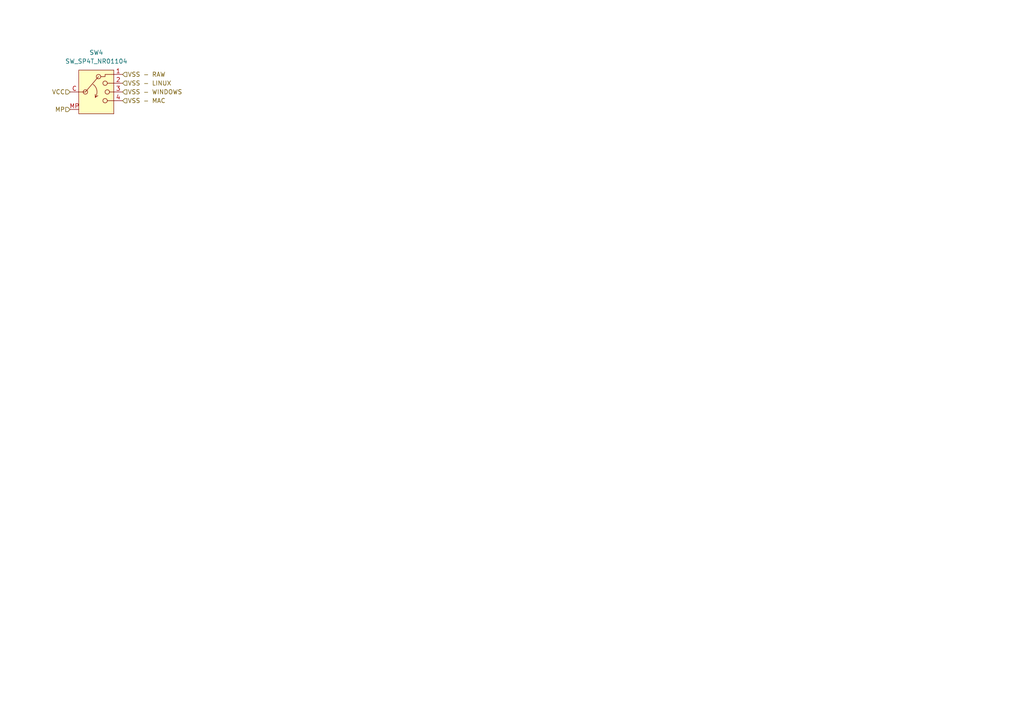
<source format=kicad_sch>
(kicad_sch (version 20250114) (generator "eeschema") (generator_version "9.0")
  (paper "A4")
  (lib_symbols
    (symbol "Switch:SW_SP4T_NR01104" (pin_names (hide yes))
      (property "Reference" "SW" (at 0 7.62 0))
      (property "Value" "SW_SP4T_NR01104" (at 0 -7.62 0))
      (symbol "SW_SP4T_NR01104_0_1"
        (polyline (pts (xy -5.08 0) (xy -3.175 0)))
        (circle (center -3.175 0) (radius 0.635))
        (polyline (pts (xy -3.175 0) (xy 0.635 4.445)))
        (arc (start -0.9526 2.2225) (mid 0.154 0.449) (end -0.3176 -1.5875))
        (polyline (pts (xy -0.3176 -1.5875) (xy -0.3176 -0.6985)))
        (polyline (pts (xy -0.3176 -1.5875) (xy -0.3176 -1.5875)))
        (polyline (pts (xy -0.3176 -1.5875) (xy 0.4444 -1.0795)))
        (polyline (pts (xy 0.3174 -1.5875) (xy 0.3174 -1.5875)))
        (circle (center 0.635 4.445) (radius 0.635))
        (circle (center 2.54 2.54) (radius 0.635))
        (circle (center 2.54 -2.54) (radius 0.635))
        (circle (center 3.175 0) (radius 0.635))
        (polyline (pts (xy 5.08 5.08) (xy 2.54 5.08) (xy 2.54 4.445) (xy 1.27 4.445)))
        (polyline (pts (xy 5.08 2.54) (xy 3.175 2.54)))
        (polyline (pts (xy 5.08 0) (xy 3.81 0)))
        (polyline (pts (xy 5.08 -2.54) (xy 3.175 -2.54)))
      )
      (symbol "SW_SP4T_NR01104_1_1"
        (polyline (pts (xy -5.08 6.35) (xy 5.08 6.35) (xy 5.08 -6.35) (xy -5.08 -6.35) (xy -5.08 6.35) (xy -5.08 6.35)) (fill (type background)))
        (pin passive line (at -7.62 0 0) (length 2.54) (name "Common") (number "C"))
        (pin passive line (at -7.62 -5.08 0) (length 2.54) (name "MP") (number "MP"))
        (pin no_connect line (at 5.08 -5.08 180) (length 0) (hide yes) (name "") (number "5"))
        (pin passive line (at 7.62 5.08 180) (length 2.54) (name "1") (number "1"))
        (pin passive line (at 7.62 2.54 180) (length 2.54) (name "2") (number "2"))
        (pin passive line (at 7.62 0 180) (length 2.54) (name "3") (number "3"))
        (pin passive line (at 7.62 -2.54 180) (length 2.54) (name "4") (number "4"))
      )
    )
  )
  (hierarchical_label "VSS - RAW" (shape input) (at 35.56 21.59 0))
  (hierarchical_label "VSS - WINDOWS" (shape input) (at 35.56 26.67 0))
  (hierarchical_label "MP" (shape input) (at 20.32 31.75 180))
  (hierarchical_label "VSS - MAC" (shape input) (at 35.56 29.21 0))
  (hierarchical_label "VCC" (shape input) (at 20.32 26.67 180))
  (hierarchical_label "VSS - LINUX" (shape input) (at 35.56 24.13 0))
  (symbol (lib_id "Switch:SW_SP4T_NR01104") (at 27.94 26.67 0) (unit 1)
    (property "Reference" "SW4" (at 27.94 15.24 0))
    (property "Value" "SW_SP4T_NR01104" (at 27.94 17.78 0))
    (property "Footprint" "Button_Switch_THT:SW_NKK_NR01" (effects (hide yes)))
    (property "Datasheet" "https://www.nkkswitches.com/pdf/NR01%20Rotaries.pdf" (effects (hide yes)))
    (property "Description" "NKK Switches NR01 Series rotary SP4T switch" (effects (hide yes)))
  )
)
</source>
